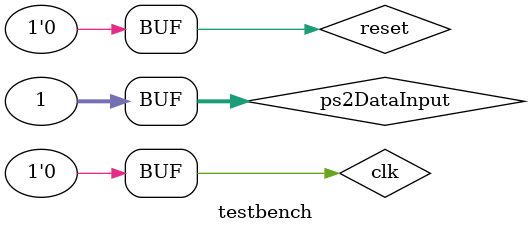
<source format=sv>
module testbench();


	logic clk, reset;
	logic [31:0] playerData, enemyData1, enemyData2, ps2DataInput;

	
	
	// instantiate device to be tested
	top dut(clk, reset, ps2DataInput, playerData, enemyData1, enemyData2);
	

	initial begin
		reset<= 1; ps2DataInput <= 32'b1; #5; reset<= 0; 
	
	end
	// initialize test
	//initial
		//begin
			//reset <= 1; # 22; reset <= 0;
		//end

	// generate clock to sequence tests
	always
		begin
			clk <= 1; # 22; clk <= 0; # 22;
		end
	
	// check that 7 gets written to address 0x64
	// at end of program
	//always @(negedge clk)
		//begin
			//if(MemWrite) begin
			//if(DataAdr === 100 & WriteData === 7) begin
				//$display("Simulation succeeded");
				//$stop;
			//end else if (DataAdr !== 96) begin
				//$display("Simulation failed");
				//$stop;
			//end
		//end
	//end
endmodule
</source>
